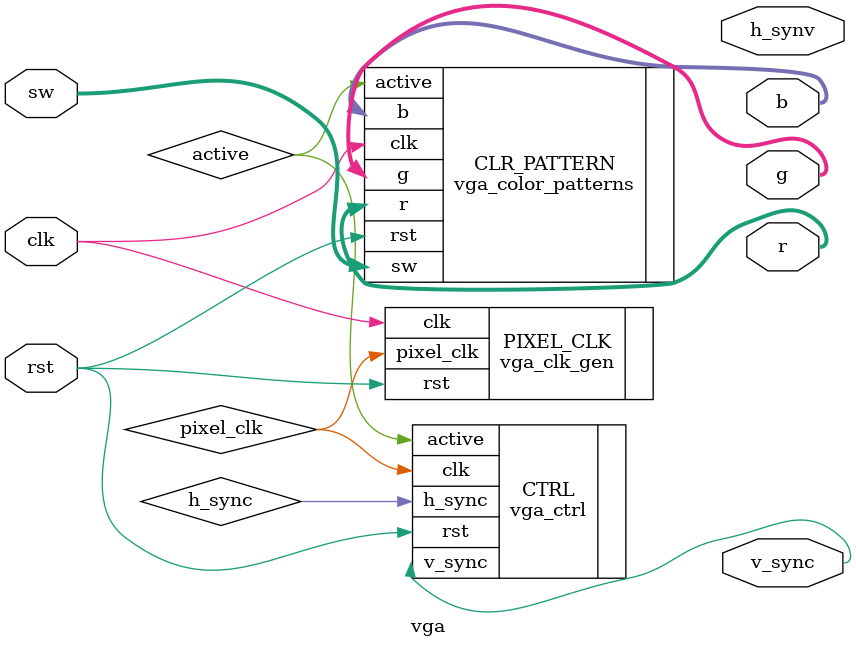
<source format=sv>
`include "package.svh"
module vga (/*AUTOARG*/
   // Outputs
   r, g, b, h_synv, v_sync,
   // Inputs
   clk, rst, sw
   );
   // Outputs
   output [7:0]	r;
   output [7:0]	g;
   output [7:0]	b;
   output	h_synv;
   output	v_sync;
   // Inputs
   input	clk;
   input	rst;
   input [3:0]	sw;
   
   

   /*AUTOREG*/
   // Beginning of automatic regs (for this module's undeclared outputs)
   reg			h_synv;
   reg			v_sync;
   // End of automatics
   /*AUTOWIRE*/
   // Beginning of automatic wires (for undeclared instantiated-module outputs)
   wire			pixel_clk;		// From PIXEL_CLK of vga_clk_gen.v
   // End of automatics

   vga_clk_gen #(.D(5)) PIXEL_CLK (/*AUTOINST*/
				   // Outputs
				   .pixel_clk		(pixel_clk),
				   // Inputs
				   .clk			(clk),
				   .rst			(rst));

   vga_ctrl CTRL (
		  // Outputs
		  .h_sync		(h_sync),
		  .v_sync		(v_sync),
		  .active		(active),
		  // Inputs
		  .clk			(pixel_clk),
		  .rst			(rst));

   vga_color_patterns CLR_PATTERN (/*AUTOINST*/
				   // Outputs
				   .r			(r[7:0]),
				   .g			(g[7:0]),
				   .b			(b[7:0]),
				   // Inputs
				   .clk			(clk),
				   .rst			(rst),
				   .active		(active),
				   .sw			(sw[3:0]));
   

endmodule // vga
// Local Variables:
// Verilog-Library-Directories: (".")
// End:

</source>
